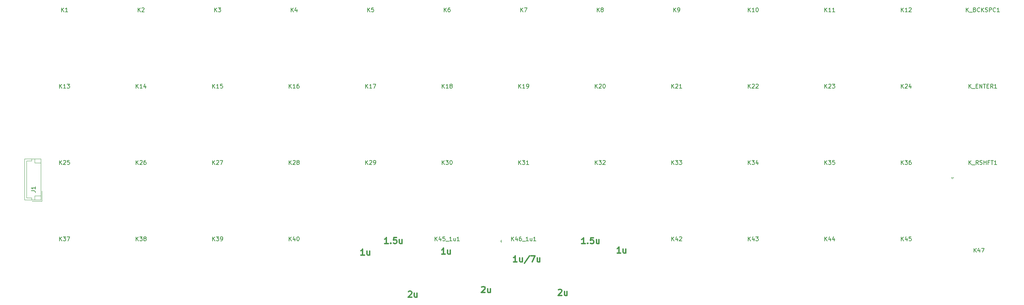
<source format=gto>
G04 #@! TF.GenerationSoftware,KiCad,Pcbnew,(5.1.5-0-10_14)*
G04 #@! TF.CreationDate,2020-11-29T18:14:47+02:00*
G04 #@! TF.ProjectId,Louhi,4c6f7568-692e-46b6-9963-61645f706362,rev?*
G04 #@! TF.SameCoordinates,Original*
G04 #@! TF.FileFunction,Legend,Top*
G04 #@! TF.FilePolarity,Positive*
%FSLAX46Y46*%
G04 Gerber Fmt 4.6, Leading zero omitted, Abs format (unit mm)*
G04 Created by KiCad (PCBNEW (5.1.5-0-10_14)) date 2020-11-29 18:14:47*
%MOMM*%
%LPD*%
G04 APERTURE LIST*
%ADD10C,0.300000*%
%ADD11C,0.120000*%
%ADD12C,0.150000*%
G04 APERTURE END LIST*
D10*
X187450000Y-120068571D02*
X186592857Y-120068571D01*
X187021428Y-120068571D02*
X187021428Y-118568571D01*
X186878571Y-118782857D01*
X186735714Y-118925714D01*
X186592857Y-118997142D01*
X188735714Y-119068571D02*
X188735714Y-120068571D01*
X188092857Y-119068571D02*
X188092857Y-119854285D01*
X188164285Y-119997142D01*
X188307142Y-120068571D01*
X188521428Y-120068571D01*
X188664285Y-119997142D01*
X188735714Y-119925714D01*
X205381428Y-122008571D02*
X204524285Y-122008571D01*
X204952857Y-122008571D02*
X204952857Y-120508571D01*
X204810000Y-120722857D01*
X204667142Y-120865714D01*
X204524285Y-120937142D01*
X206667142Y-121008571D02*
X206667142Y-122008571D01*
X206024285Y-121008571D02*
X206024285Y-121794285D01*
X206095714Y-121937142D01*
X206238571Y-122008571D01*
X206452857Y-122008571D01*
X206595714Y-121937142D01*
X206667142Y-121865714D01*
X208452857Y-120437142D02*
X207167142Y-122365714D01*
X208810000Y-120508571D02*
X209810000Y-120508571D01*
X209167142Y-122008571D01*
X211024285Y-121008571D02*
X211024285Y-122008571D01*
X210381428Y-121008571D02*
X210381428Y-121794285D01*
X210452857Y-121937142D01*
X210595714Y-122008571D01*
X210810000Y-122008571D01*
X210952857Y-121937142D01*
X211024285Y-121865714D01*
X231150000Y-119758571D02*
X230292857Y-119758571D01*
X230721428Y-119758571D02*
X230721428Y-118258571D01*
X230578571Y-118472857D01*
X230435714Y-118615714D01*
X230292857Y-118687142D01*
X232435714Y-118758571D02*
X232435714Y-119758571D01*
X231792857Y-118758571D02*
X231792857Y-119544285D01*
X231864285Y-119687142D01*
X232007142Y-119758571D01*
X232221428Y-119758571D01*
X232364285Y-119687142D01*
X232435714Y-119615714D01*
X222328571Y-117448571D02*
X221471428Y-117448571D01*
X221900000Y-117448571D02*
X221900000Y-115948571D01*
X221757142Y-116162857D01*
X221614285Y-116305714D01*
X221471428Y-116377142D01*
X222971428Y-117305714D02*
X223042857Y-117377142D01*
X222971428Y-117448571D01*
X222900000Y-117377142D01*
X222971428Y-117305714D01*
X222971428Y-117448571D01*
X224400000Y-115948571D02*
X223685714Y-115948571D01*
X223614285Y-116662857D01*
X223685714Y-116591428D01*
X223828571Y-116520000D01*
X224185714Y-116520000D01*
X224328571Y-116591428D01*
X224400000Y-116662857D01*
X224471428Y-116805714D01*
X224471428Y-117162857D01*
X224400000Y-117305714D01*
X224328571Y-117377142D01*
X224185714Y-117448571D01*
X223828571Y-117448571D01*
X223685714Y-117377142D01*
X223614285Y-117305714D01*
X225757142Y-116448571D02*
X225757142Y-117448571D01*
X225114285Y-116448571D02*
X225114285Y-117234285D01*
X225185714Y-117377142D01*
X225328571Y-117448571D01*
X225542857Y-117448571D01*
X225685714Y-117377142D01*
X225757142Y-117305714D01*
X215662857Y-128981428D02*
X215734285Y-128910000D01*
X215877142Y-128838571D01*
X216234285Y-128838571D01*
X216377142Y-128910000D01*
X216448571Y-128981428D01*
X216520000Y-129124285D01*
X216520000Y-129267142D01*
X216448571Y-129481428D01*
X215591428Y-130338571D01*
X216520000Y-130338571D01*
X217805714Y-129338571D02*
X217805714Y-130338571D01*
X217162857Y-129338571D02*
X217162857Y-130124285D01*
X217234285Y-130267142D01*
X217377142Y-130338571D01*
X217591428Y-130338571D01*
X217734285Y-130267142D01*
X217805714Y-130195714D01*
X196562857Y-128301428D02*
X196634285Y-128230000D01*
X196777142Y-128158571D01*
X197134285Y-128158571D01*
X197277142Y-128230000D01*
X197348571Y-128301428D01*
X197420000Y-128444285D01*
X197420000Y-128587142D01*
X197348571Y-128801428D01*
X196491428Y-129658571D01*
X197420000Y-129658571D01*
X198705714Y-128658571D02*
X198705714Y-129658571D01*
X198062857Y-128658571D02*
X198062857Y-129444285D01*
X198134285Y-129587142D01*
X198277142Y-129658571D01*
X198491428Y-129658571D01*
X198634285Y-129587142D01*
X198705714Y-129515714D01*
X178312857Y-129431428D02*
X178384285Y-129360000D01*
X178527142Y-129288571D01*
X178884285Y-129288571D01*
X179027142Y-129360000D01*
X179098571Y-129431428D01*
X179170000Y-129574285D01*
X179170000Y-129717142D01*
X179098571Y-129931428D01*
X178241428Y-130788571D01*
X179170000Y-130788571D01*
X180455714Y-129788571D02*
X180455714Y-130788571D01*
X179812857Y-129788571D02*
X179812857Y-130574285D01*
X179884285Y-130717142D01*
X180027142Y-130788571D01*
X180241428Y-130788571D01*
X180384285Y-130717142D01*
X180455714Y-130645714D01*
X173298571Y-117388571D02*
X172441428Y-117388571D01*
X172870000Y-117388571D02*
X172870000Y-115888571D01*
X172727142Y-116102857D01*
X172584285Y-116245714D01*
X172441428Y-116317142D01*
X173941428Y-117245714D02*
X174012857Y-117317142D01*
X173941428Y-117388571D01*
X173870000Y-117317142D01*
X173941428Y-117245714D01*
X173941428Y-117388571D01*
X175370000Y-115888571D02*
X174655714Y-115888571D01*
X174584285Y-116602857D01*
X174655714Y-116531428D01*
X174798571Y-116460000D01*
X175155714Y-116460000D01*
X175298571Y-116531428D01*
X175370000Y-116602857D01*
X175441428Y-116745714D01*
X175441428Y-117102857D01*
X175370000Y-117245714D01*
X175298571Y-117317142D01*
X175155714Y-117388571D01*
X174798571Y-117388571D01*
X174655714Y-117317142D01*
X174584285Y-117245714D01*
X176727142Y-116388571D02*
X176727142Y-117388571D01*
X176084285Y-116388571D02*
X176084285Y-117174285D01*
X176155714Y-117317142D01*
X176298571Y-117388571D01*
X176512857Y-117388571D01*
X176655714Y-117317142D01*
X176727142Y-117245714D01*
X167370000Y-120268571D02*
X166512857Y-120268571D01*
X166941428Y-120268571D02*
X166941428Y-118768571D01*
X166798571Y-118982857D01*
X166655714Y-119125714D01*
X166512857Y-119197142D01*
X168655714Y-119268571D02*
X168655714Y-120268571D01*
X168012857Y-119268571D02*
X168012857Y-120054285D01*
X168084285Y-120197142D01*
X168227142Y-120268571D01*
X168441428Y-120268571D01*
X168584285Y-120197142D01*
X168655714Y-120125714D01*
D11*
X87100000Y-106820000D02*
X87100000Y-104320000D01*
X84600000Y-106820000D02*
X87100000Y-106820000D01*
X85300000Y-97300000D02*
X86800000Y-97300000D01*
X85300000Y-96300000D02*
X85300000Y-97300000D01*
X85300000Y-105520000D02*
X86800000Y-105520000D01*
X85300000Y-106520000D02*
X85300000Y-105520000D01*
X84490000Y-96800000D02*
X84490000Y-96300000D01*
X83280000Y-96800000D02*
X84490000Y-96800000D01*
X83280000Y-106020000D02*
X83280000Y-96800000D01*
X84490000Y-106020000D02*
X83280000Y-106020000D01*
X84490000Y-106520000D02*
X84490000Y-106020000D01*
X82780000Y-96300000D02*
X82780000Y-106520000D01*
X86800000Y-96300000D02*
X82780000Y-96300000D01*
X86800000Y-106520000D02*
X86800000Y-96300000D01*
X82780000Y-106520000D02*
X86800000Y-106520000D01*
X313730000Y-101240000D02*
X313430000Y-100940000D01*
X313430000Y-100940000D02*
X314030000Y-100940000D01*
X314030000Y-100940000D02*
X313730000Y-101240000D01*
X201190000Y-116770000D02*
X201490000Y-116470000D01*
X201490000Y-116470000D02*
X201490000Y-117070000D01*
X201490000Y-117070000D02*
X201190000Y-116770000D01*
D12*
X84442380Y-104243333D02*
X85156666Y-104243333D01*
X85299523Y-104290952D01*
X85394761Y-104386190D01*
X85442380Y-104529047D01*
X85442380Y-104624285D01*
X85442380Y-103243333D02*
X85442380Y-103814761D01*
X85442380Y-103529047D02*
X84442380Y-103529047D01*
X84585238Y-103624285D01*
X84680476Y-103719523D01*
X84728095Y-103814761D01*
X129595714Y-78620880D02*
X129595714Y-77620880D01*
X130167142Y-78620880D02*
X129738571Y-78049452D01*
X130167142Y-77620880D02*
X129595714Y-78192309D01*
X131119523Y-78620880D02*
X130548095Y-78620880D01*
X130833809Y-78620880D02*
X130833809Y-77620880D01*
X130738571Y-77763738D01*
X130643333Y-77858976D01*
X130548095Y-77906595D01*
X132024285Y-77620880D02*
X131548095Y-77620880D01*
X131500476Y-78097071D01*
X131548095Y-78049452D01*
X131643333Y-78001833D01*
X131881428Y-78001833D01*
X131976666Y-78049452D01*
X132024285Y-78097071D01*
X132071904Y-78192309D01*
X132071904Y-78430404D01*
X132024285Y-78525642D01*
X131976666Y-78573261D01*
X131881428Y-78620880D01*
X131643333Y-78620880D01*
X131548095Y-78573261D01*
X131500476Y-78525642D01*
X148645714Y-78620880D02*
X148645714Y-77620880D01*
X149217142Y-78620880D02*
X148788571Y-78049452D01*
X149217142Y-77620880D02*
X148645714Y-78192309D01*
X150169523Y-78620880D02*
X149598095Y-78620880D01*
X149883809Y-78620880D02*
X149883809Y-77620880D01*
X149788571Y-77763738D01*
X149693333Y-77858976D01*
X149598095Y-77906595D01*
X151026666Y-77620880D02*
X150836190Y-77620880D01*
X150740952Y-77668500D01*
X150693333Y-77716119D01*
X150598095Y-77858976D01*
X150550476Y-78049452D01*
X150550476Y-78430404D01*
X150598095Y-78525642D01*
X150645714Y-78573261D01*
X150740952Y-78620880D01*
X150931428Y-78620880D01*
X151026666Y-78573261D01*
X151074285Y-78525642D01*
X151121904Y-78430404D01*
X151121904Y-78192309D01*
X151074285Y-78097071D01*
X151026666Y-78049452D01*
X150931428Y-78001833D01*
X150740952Y-78001833D01*
X150645714Y-78049452D01*
X150598095Y-78097071D01*
X150550476Y-78192309D01*
X111021904Y-59570880D02*
X111021904Y-58570880D01*
X111593333Y-59570880D02*
X111164761Y-58999452D01*
X111593333Y-58570880D02*
X111021904Y-59142309D01*
X111974285Y-58666119D02*
X112021904Y-58618500D01*
X112117142Y-58570880D01*
X112355238Y-58570880D01*
X112450476Y-58618500D01*
X112498095Y-58666119D01*
X112545714Y-58761357D01*
X112545714Y-58856595D01*
X112498095Y-58999452D01*
X111926666Y-59570880D01*
X112545714Y-59570880D01*
X91971904Y-59570880D02*
X91971904Y-58570880D01*
X92543333Y-59570880D02*
X92114761Y-58999452D01*
X92543333Y-58570880D02*
X91971904Y-59142309D01*
X93495714Y-59570880D02*
X92924285Y-59570880D01*
X93210000Y-59570880D02*
X93210000Y-58570880D01*
X93114761Y-58713738D01*
X93019523Y-58808976D01*
X92924285Y-58856595D01*
X130071904Y-59570880D02*
X130071904Y-58570880D01*
X130643333Y-59570880D02*
X130214761Y-58999452D01*
X130643333Y-58570880D02*
X130071904Y-59142309D01*
X130976666Y-58570880D02*
X131595714Y-58570880D01*
X131262380Y-58951833D01*
X131405238Y-58951833D01*
X131500476Y-58999452D01*
X131548095Y-59047071D01*
X131595714Y-59142309D01*
X131595714Y-59380404D01*
X131548095Y-59475642D01*
X131500476Y-59523261D01*
X131405238Y-59570880D01*
X131119523Y-59570880D01*
X131024285Y-59523261D01*
X130976666Y-59475642D01*
X149121904Y-59570880D02*
X149121904Y-58570880D01*
X149693333Y-59570880D02*
X149264761Y-58999452D01*
X149693333Y-58570880D02*
X149121904Y-59142309D01*
X150550476Y-58904214D02*
X150550476Y-59570880D01*
X150312380Y-58523261D02*
X150074285Y-59237547D01*
X150693333Y-59237547D01*
X168171904Y-59570880D02*
X168171904Y-58570880D01*
X168743333Y-59570880D02*
X168314761Y-58999452D01*
X168743333Y-58570880D02*
X168171904Y-59142309D01*
X169648095Y-58570880D02*
X169171904Y-58570880D01*
X169124285Y-59047071D01*
X169171904Y-58999452D01*
X169267142Y-58951833D01*
X169505238Y-58951833D01*
X169600476Y-58999452D01*
X169648095Y-59047071D01*
X169695714Y-59142309D01*
X169695714Y-59380404D01*
X169648095Y-59475642D01*
X169600476Y-59523261D01*
X169505238Y-59570880D01*
X169267142Y-59570880D01*
X169171904Y-59523261D01*
X169124285Y-59475642D01*
X187221904Y-59570880D02*
X187221904Y-58570880D01*
X187793333Y-59570880D02*
X187364761Y-58999452D01*
X187793333Y-58570880D02*
X187221904Y-59142309D01*
X188650476Y-58570880D02*
X188460000Y-58570880D01*
X188364761Y-58618500D01*
X188317142Y-58666119D01*
X188221904Y-58808976D01*
X188174285Y-58999452D01*
X188174285Y-59380404D01*
X188221904Y-59475642D01*
X188269523Y-59523261D01*
X188364761Y-59570880D01*
X188555238Y-59570880D01*
X188650476Y-59523261D01*
X188698095Y-59475642D01*
X188745714Y-59380404D01*
X188745714Y-59142309D01*
X188698095Y-59047071D01*
X188650476Y-58999452D01*
X188555238Y-58951833D01*
X188364761Y-58951833D01*
X188269523Y-58999452D01*
X188221904Y-59047071D01*
X188174285Y-59142309D01*
X206271904Y-59570880D02*
X206271904Y-58570880D01*
X206843333Y-59570880D02*
X206414761Y-58999452D01*
X206843333Y-58570880D02*
X206271904Y-59142309D01*
X207176666Y-58570880D02*
X207843333Y-58570880D01*
X207414761Y-59570880D01*
X225321904Y-59570880D02*
X225321904Y-58570880D01*
X225893333Y-59570880D02*
X225464761Y-58999452D01*
X225893333Y-58570880D02*
X225321904Y-59142309D01*
X226464761Y-58999452D02*
X226369523Y-58951833D01*
X226321904Y-58904214D01*
X226274285Y-58808976D01*
X226274285Y-58761357D01*
X226321904Y-58666119D01*
X226369523Y-58618500D01*
X226464761Y-58570880D01*
X226655238Y-58570880D01*
X226750476Y-58618500D01*
X226798095Y-58666119D01*
X226845714Y-58761357D01*
X226845714Y-58808976D01*
X226798095Y-58904214D01*
X226750476Y-58951833D01*
X226655238Y-58999452D01*
X226464761Y-58999452D01*
X226369523Y-59047071D01*
X226321904Y-59094690D01*
X226274285Y-59189928D01*
X226274285Y-59380404D01*
X226321904Y-59475642D01*
X226369523Y-59523261D01*
X226464761Y-59570880D01*
X226655238Y-59570880D01*
X226750476Y-59523261D01*
X226798095Y-59475642D01*
X226845714Y-59380404D01*
X226845714Y-59189928D01*
X226798095Y-59094690D01*
X226750476Y-59047071D01*
X226655238Y-58999452D01*
X244371904Y-59570880D02*
X244371904Y-58570880D01*
X244943333Y-59570880D02*
X244514761Y-58999452D01*
X244943333Y-58570880D02*
X244371904Y-59142309D01*
X245419523Y-59570880D02*
X245610000Y-59570880D01*
X245705238Y-59523261D01*
X245752857Y-59475642D01*
X245848095Y-59332785D01*
X245895714Y-59142309D01*
X245895714Y-58761357D01*
X245848095Y-58666119D01*
X245800476Y-58618500D01*
X245705238Y-58570880D01*
X245514761Y-58570880D01*
X245419523Y-58618500D01*
X245371904Y-58666119D01*
X245324285Y-58761357D01*
X245324285Y-58999452D01*
X245371904Y-59094690D01*
X245419523Y-59142309D01*
X245514761Y-59189928D01*
X245705238Y-59189928D01*
X245800476Y-59142309D01*
X245848095Y-59094690D01*
X245895714Y-58999452D01*
X262945714Y-59570880D02*
X262945714Y-58570880D01*
X263517142Y-59570880D02*
X263088571Y-58999452D01*
X263517142Y-58570880D02*
X262945714Y-59142309D01*
X264469523Y-59570880D02*
X263898095Y-59570880D01*
X264183809Y-59570880D02*
X264183809Y-58570880D01*
X264088571Y-58713738D01*
X263993333Y-58808976D01*
X263898095Y-58856595D01*
X265088571Y-58570880D02*
X265183809Y-58570880D01*
X265279047Y-58618500D01*
X265326666Y-58666119D01*
X265374285Y-58761357D01*
X265421904Y-58951833D01*
X265421904Y-59189928D01*
X265374285Y-59380404D01*
X265326666Y-59475642D01*
X265279047Y-59523261D01*
X265183809Y-59570880D01*
X265088571Y-59570880D01*
X264993333Y-59523261D01*
X264945714Y-59475642D01*
X264898095Y-59380404D01*
X264850476Y-59189928D01*
X264850476Y-58951833D01*
X264898095Y-58761357D01*
X264945714Y-58666119D01*
X264993333Y-58618500D01*
X265088571Y-58570880D01*
X281995714Y-59570880D02*
X281995714Y-58570880D01*
X282567142Y-59570880D02*
X282138571Y-58999452D01*
X282567142Y-58570880D02*
X281995714Y-59142309D01*
X283519523Y-59570880D02*
X282948095Y-59570880D01*
X283233809Y-59570880D02*
X283233809Y-58570880D01*
X283138571Y-58713738D01*
X283043333Y-58808976D01*
X282948095Y-58856595D01*
X284471904Y-59570880D02*
X283900476Y-59570880D01*
X284186190Y-59570880D02*
X284186190Y-58570880D01*
X284090952Y-58713738D01*
X283995714Y-58808976D01*
X283900476Y-58856595D01*
X301045714Y-59570880D02*
X301045714Y-58570880D01*
X301617142Y-59570880D02*
X301188571Y-58999452D01*
X301617142Y-58570880D02*
X301045714Y-59142309D01*
X302569523Y-59570880D02*
X301998095Y-59570880D01*
X302283809Y-59570880D02*
X302283809Y-58570880D01*
X302188571Y-58713738D01*
X302093333Y-58808976D01*
X301998095Y-58856595D01*
X302950476Y-58666119D02*
X302998095Y-58618500D01*
X303093333Y-58570880D01*
X303331428Y-58570880D01*
X303426666Y-58618500D01*
X303474285Y-58666119D01*
X303521904Y-58761357D01*
X303521904Y-58856595D01*
X303474285Y-58999452D01*
X302902857Y-59570880D01*
X303521904Y-59570880D01*
X91495714Y-78620880D02*
X91495714Y-77620880D01*
X92067142Y-78620880D02*
X91638571Y-78049452D01*
X92067142Y-77620880D02*
X91495714Y-78192309D01*
X93019523Y-78620880D02*
X92448095Y-78620880D01*
X92733809Y-78620880D02*
X92733809Y-77620880D01*
X92638571Y-77763738D01*
X92543333Y-77858976D01*
X92448095Y-77906595D01*
X93352857Y-77620880D02*
X93971904Y-77620880D01*
X93638571Y-78001833D01*
X93781428Y-78001833D01*
X93876666Y-78049452D01*
X93924285Y-78097071D01*
X93971904Y-78192309D01*
X93971904Y-78430404D01*
X93924285Y-78525642D01*
X93876666Y-78573261D01*
X93781428Y-78620880D01*
X93495714Y-78620880D01*
X93400476Y-78573261D01*
X93352857Y-78525642D01*
X110545714Y-78620880D02*
X110545714Y-77620880D01*
X111117142Y-78620880D02*
X110688571Y-78049452D01*
X111117142Y-77620880D02*
X110545714Y-78192309D01*
X112069523Y-78620880D02*
X111498095Y-78620880D01*
X111783809Y-78620880D02*
X111783809Y-77620880D01*
X111688571Y-77763738D01*
X111593333Y-77858976D01*
X111498095Y-77906595D01*
X112926666Y-77954214D02*
X112926666Y-78620880D01*
X112688571Y-77573261D02*
X112450476Y-78287547D01*
X113069523Y-78287547D01*
X167695714Y-78620880D02*
X167695714Y-77620880D01*
X168267142Y-78620880D02*
X167838571Y-78049452D01*
X168267142Y-77620880D02*
X167695714Y-78192309D01*
X169219523Y-78620880D02*
X168648095Y-78620880D01*
X168933809Y-78620880D02*
X168933809Y-77620880D01*
X168838571Y-77763738D01*
X168743333Y-77858976D01*
X168648095Y-77906595D01*
X169552857Y-77620880D02*
X170219523Y-77620880D01*
X169790952Y-78620880D01*
X186745714Y-78620880D02*
X186745714Y-77620880D01*
X187317142Y-78620880D02*
X186888571Y-78049452D01*
X187317142Y-77620880D02*
X186745714Y-78192309D01*
X188269523Y-78620880D02*
X187698095Y-78620880D01*
X187983809Y-78620880D02*
X187983809Y-77620880D01*
X187888571Y-77763738D01*
X187793333Y-77858976D01*
X187698095Y-77906595D01*
X188840952Y-78049452D02*
X188745714Y-78001833D01*
X188698095Y-77954214D01*
X188650476Y-77858976D01*
X188650476Y-77811357D01*
X188698095Y-77716119D01*
X188745714Y-77668500D01*
X188840952Y-77620880D01*
X189031428Y-77620880D01*
X189126666Y-77668500D01*
X189174285Y-77716119D01*
X189221904Y-77811357D01*
X189221904Y-77858976D01*
X189174285Y-77954214D01*
X189126666Y-78001833D01*
X189031428Y-78049452D01*
X188840952Y-78049452D01*
X188745714Y-78097071D01*
X188698095Y-78144690D01*
X188650476Y-78239928D01*
X188650476Y-78430404D01*
X188698095Y-78525642D01*
X188745714Y-78573261D01*
X188840952Y-78620880D01*
X189031428Y-78620880D01*
X189126666Y-78573261D01*
X189174285Y-78525642D01*
X189221904Y-78430404D01*
X189221904Y-78239928D01*
X189174285Y-78144690D01*
X189126666Y-78097071D01*
X189031428Y-78049452D01*
X205795714Y-78620880D02*
X205795714Y-77620880D01*
X206367142Y-78620880D02*
X205938571Y-78049452D01*
X206367142Y-77620880D02*
X205795714Y-78192309D01*
X207319523Y-78620880D02*
X206748095Y-78620880D01*
X207033809Y-78620880D02*
X207033809Y-77620880D01*
X206938571Y-77763738D01*
X206843333Y-77858976D01*
X206748095Y-77906595D01*
X207795714Y-78620880D02*
X207986190Y-78620880D01*
X208081428Y-78573261D01*
X208129047Y-78525642D01*
X208224285Y-78382785D01*
X208271904Y-78192309D01*
X208271904Y-77811357D01*
X208224285Y-77716119D01*
X208176666Y-77668500D01*
X208081428Y-77620880D01*
X207890952Y-77620880D01*
X207795714Y-77668500D01*
X207748095Y-77716119D01*
X207700476Y-77811357D01*
X207700476Y-78049452D01*
X207748095Y-78144690D01*
X207795714Y-78192309D01*
X207890952Y-78239928D01*
X208081428Y-78239928D01*
X208176666Y-78192309D01*
X208224285Y-78144690D01*
X208271904Y-78049452D01*
X224845714Y-78620880D02*
X224845714Y-77620880D01*
X225417142Y-78620880D02*
X224988571Y-78049452D01*
X225417142Y-77620880D02*
X224845714Y-78192309D01*
X225798095Y-77716119D02*
X225845714Y-77668500D01*
X225940952Y-77620880D01*
X226179047Y-77620880D01*
X226274285Y-77668500D01*
X226321904Y-77716119D01*
X226369523Y-77811357D01*
X226369523Y-77906595D01*
X226321904Y-78049452D01*
X225750476Y-78620880D01*
X226369523Y-78620880D01*
X226988571Y-77620880D02*
X227083809Y-77620880D01*
X227179047Y-77668500D01*
X227226666Y-77716119D01*
X227274285Y-77811357D01*
X227321904Y-78001833D01*
X227321904Y-78239928D01*
X227274285Y-78430404D01*
X227226666Y-78525642D01*
X227179047Y-78573261D01*
X227083809Y-78620880D01*
X226988571Y-78620880D01*
X226893333Y-78573261D01*
X226845714Y-78525642D01*
X226798095Y-78430404D01*
X226750476Y-78239928D01*
X226750476Y-78001833D01*
X226798095Y-77811357D01*
X226845714Y-77716119D01*
X226893333Y-77668500D01*
X226988571Y-77620880D01*
X243895714Y-78620880D02*
X243895714Y-77620880D01*
X244467142Y-78620880D02*
X244038571Y-78049452D01*
X244467142Y-77620880D02*
X243895714Y-78192309D01*
X244848095Y-77716119D02*
X244895714Y-77668500D01*
X244990952Y-77620880D01*
X245229047Y-77620880D01*
X245324285Y-77668500D01*
X245371904Y-77716119D01*
X245419523Y-77811357D01*
X245419523Y-77906595D01*
X245371904Y-78049452D01*
X244800476Y-78620880D01*
X245419523Y-78620880D01*
X246371904Y-78620880D02*
X245800476Y-78620880D01*
X246086190Y-78620880D02*
X246086190Y-77620880D01*
X245990952Y-77763738D01*
X245895714Y-77858976D01*
X245800476Y-77906595D01*
X262945714Y-78620880D02*
X262945714Y-77620880D01*
X263517142Y-78620880D02*
X263088571Y-78049452D01*
X263517142Y-77620880D02*
X262945714Y-78192309D01*
X263898095Y-77716119D02*
X263945714Y-77668500D01*
X264040952Y-77620880D01*
X264279047Y-77620880D01*
X264374285Y-77668500D01*
X264421904Y-77716119D01*
X264469523Y-77811357D01*
X264469523Y-77906595D01*
X264421904Y-78049452D01*
X263850476Y-78620880D01*
X264469523Y-78620880D01*
X264850476Y-77716119D02*
X264898095Y-77668500D01*
X264993333Y-77620880D01*
X265231428Y-77620880D01*
X265326666Y-77668500D01*
X265374285Y-77716119D01*
X265421904Y-77811357D01*
X265421904Y-77906595D01*
X265374285Y-78049452D01*
X264802857Y-78620880D01*
X265421904Y-78620880D01*
X281995714Y-78620880D02*
X281995714Y-77620880D01*
X282567142Y-78620880D02*
X282138571Y-78049452D01*
X282567142Y-77620880D02*
X281995714Y-78192309D01*
X282948095Y-77716119D02*
X282995714Y-77668500D01*
X283090952Y-77620880D01*
X283329047Y-77620880D01*
X283424285Y-77668500D01*
X283471904Y-77716119D01*
X283519523Y-77811357D01*
X283519523Y-77906595D01*
X283471904Y-78049452D01*
X282900476Y-78620880D01*
X283519523Y-78620880D01*
X283852857Y-77620880D02*
X284471904Y-77620880D01*
X284138571Y-78001833D01*
X284281428Y-78001833D01*
X284376666Y-78049452D01*
X284424285Y-78097071D01*
X284471904Y-78192309D01*
X284471904Y-78430404D01*
X284424285Y-78525642D01*
X284376666Y-78573261D01*
X284281428Y-78620880D01*
X283995714Y-78620880D01*
X283900476Y-78573261D01*
X283852857Y-78525642D01*
X301045714Y-78620880D02*
X301045714Y-77620880D01*
X301617142Y-78620880D02*
X301188571Y-78049452D01*
X301617142Y-77620880D02*
X301045714Y-78192309D01*
X301998095Y-77716119D02*
X302045714Y-77668500D01*
X302140952Y-77620880D01*
X302379047Y-77620880D01*
X302474285Y-77668500D01*
X302521904Y-77716119D01*
X302569523Y-77811357D01*
X302569523Y-77906595D01*
X302521904Y-78049452D01*
X301950476Y-78620880D01*
X302569523Y-78620880D01*
X303426666Y-77954214D02*
X303426666Y-78620880D01*
X303188571Y-77573261D02*
X302950476Y-78287547D01*
X303569523Y-78287547D01*
X91495714Y-97670880D02*
X91495714Y-96670880D01*
X92067142Y-97670880D02*
X91638571Y-97099452D01*
X92067142Y-96670880D02*
X91495714Y-97242309D01*
X92448095Y-96766119D02*
X92495714Y-96718500D01*
X92590952Y-96670880D01*
X92829047Y-96670880D01*
X92924285Y-96718500D01*
X92971904Y-96766119D01*
X93019523Y-96861357D01*
X93019523Y-96956595D01*
X92971904Y-97099452D01*
X92400476Y-97670880D01*
X93019523Y-97670880D01*
X93924285Y-96670880D02*
X93448095Y-96670880D01*
X93400476Y-97147071D01*
X93448095Y-97099452D01*
X93543333Y-97051833D01*
X93781428Y-97051833D01*
X93876666Y-97099452D01*
X93924285Y-97147071D01*
X93971904Y-97242309D01*
X93971904Y-97480404D01*
X93924285Y-97575642D01*
X93876666Y-97623261D01*
X93781428Y-97670880D01*
X93543333Y-97670880D01*
X93448095Y-97623261D01*
X93400476Y-97575642D01*
X110545714Y-97670380D02*
X110545714Y-96670380D01*
X111117142Y-97670380D02*
X110688571Y-97098952D01*
X111117142Y-96670380D02*
X110545714Y-97241809D01*
X111498095Y-96765619D02*
X111545714Y-96718000D01*
X111640952Y-96670380D01*
X111879047Y-96670380D01*
X111974285Y-96718000D01*
X112021904Y-96765619D01*
X112069523Y-96860857D01*
X112069523Y-96956095D01*
X112021904Y-97098952D01*
X111450476Y-97670380D01*
X112069523Y-97670380D01*
X112926666Y-96670380D02*
X112736190Y-96670380D01*
X112640952Y-96718000D01*
X112593333Y-96765619D01*
X112498095Y-96908476D01*
X112450476Y-97098952D01*
X112450476Y-97479904D01*
X112498095Y-97575142D01*
X112545714Y-97622761D01*
X112640952Y-97670380D01*
X112831428Y-97670380D01*
X112926666Y-97622761D01*
X112974285Y-97575142D01*
X113021904Y-97479904D01*
X113021904Y-97241809D01*
X112974285Y-97146571D01*
X112926666Y-97098952D01*
X112831428Y-97051333D01*
X112640952Y-97051333D01*
X112545714Y-97098952D01*
X112498095Y-97146571D01*
X112450476Y-97241809D01*
X129595714Y-97670380D02*
X129595714Y-96670380D01*
X130167142Y-97670380D02*
X129738571Y-97098952D01*
X130167142Y-96670380D02*
X129595714Y-97241809D01*
X130548095Y-96765619D02*
X130595714Y-96718000D01*
X130690952Y-96670380D01*
X130929047Y-96670380D01*
X131024285Y-96718000D01*
X131071904Y-96765619D01*
X131119523Y-96860857D01*
X131119523Y-96956095D01*
X131071904Y-97098952D01*
X130500476Y-97670380D01*
X131119523Y-97670380D01*
X131452857Y-96670380D02*
X132119523Y-96670380D01*
X131690952Y-97670380D01*
X148645714Y-97670380D02*
X148645714Y-96670380D01*
X149217142Y-97670380D02*
X148788571Y-97098952D01*
X149217142Y-96670380D02*
X148645714Y-97241809D01*
X149598095Y-96765619D02*
X149645714Y-96718000D01*
X149740952Y-96670380D01*
X149979047Y-96670380D01*
X150074285Y-96718000D01*
X150121904Y-96765619D01*
X150169523Y-96860857D01*
X150169523Y-96956095D01*
X150121904Y-97098952D01*
X149550476Y-97670380D01*
X150169523Y-97670380D01*
X150740952Y-97098952D02*
X150645714Y-97051333D01*
X150598095Y-97003714D01*
X150550476Y-96908476D01*
X150550476Y-96860857D01*
X150598095Y-96765619D01*
X150645714Y-96718000D01*
X150740952Y-96670380D01*
X150931428Y-96670380D01*
X151026666Y-96718000D01*
X151074285Y-96765619D01*
X151121904Y-96860857D01*
X151121904Y-96908476D01*
X151074285Y-97003714D01*
X151026666Y-97051333D01*
X150931428Y-97098952D01*
X150740952Y-97098952D01*
X150645714Y-97146571D01*
X150598095Y-97194190D01*
X150550476Y-97289428D01*
X150550476Y-97479904D01*
X150598095Y-97575142D01*
X150645714Y-97622761D01*
X150740952Y-97670380D01*
X150931428Y-97670380D01*
X151026666Y-97622761D01*
X151074285Y-97575142D01*
X151121904Y-97479904D01*
X151121904Y-97289428D01*
X151074285Y-97194190D01*
X151026666Y-97146571D01*
X150931428Y-97098952D01*
X167695714Y-97670380D02*
X167695714Y-96670380D01*
X168267142Y-97670380D02*
X167838571Y-97098952D01*
X168267142Y-96670380D02*
X167695714Y-97241809D01*
X168648095Y-96765619D02*
X168695714Y-96718000D01*
X168790952Y-96670380D01*
X169029047Y-96670380D01*
X169124285Y-96718000D01*
X169171904Y-96765619D01*
X169219523Y-96860857D01*
X169219523Y-96956095D01*
X169171904Y-97098952D01*
X168600476Y-97670380D01*
X169219523Y-97670380D01*
X169695714Y-97670380D02*
X169886190Y-97670380D01*
X169981428Y-97622761D01*
X170029047Y-97575142D01*
X170124285Y-97432285D01*
X170171904Y-97241809D01*
X170171904Y-96860857D01*
X170124285Y-96765619D01*
X170076666Y-96718000D01*
X169981428Y-96670380D01*
X169790952Y-96670380D01*
X169695714Y-96718000D01*
X169648095Y-96765619D01*
X169600476Y-96860857D01*
X169600476Y-97098952D01*
X169648095Y-97194190D01*
X169695714Y-97241809D01*
X169790952Y-97289428D01*
X169981428Y-97289428D01*
X170076666Y-97241809D01*
X170124285Y-97194190D01*
X170171904Y-97098952D01*
X186745714Y-97670380D02*
X186745714Y-96670380D01*
X187317142Y-97670380D02*
X186888571Y-97098952D01*
X187317142Y-96670380D02*
X186745714Y-97241809D01*
X187650476Y-96670380D02*
X188269523Y-96670380D01*
X187936190Y-97051333D01*
X188079047Y-97051333D01*
X188174285Y-97098952D01*
X188221904Y-97146571D01*
X188269523Y-97241809D01*
X188269523Y-97479904D01*
X188221904Y-97575142D01*
X188174285Y-97622761D01*
X188079047Y-97670380D01*
X187793333Y-97670380D01*
X187698095Y-97622761D01*
X187650476Y-97575142D01*
X188888571Y-96670380D02*
X188983809Y-96670380D01*
X189079047Y-96718000D01*
X189126666Y-96765619D01*
X189174285Y-96860857D01*
X189221904Y-97051333D01*
X189221904Y-97289428D01*
X189174285Y-97479904D01*
X189126666Y-97575142D01*
X189079047Y-97622761D01*
X188983809Y-97670380D01*
X188888571Y-97670380D01*
X188793333Y-97622761D01*
X188745714Y-97575142D01*
X188698095Y-97479904D01*
X188650476Y-97289428D01*
X188650476Y-97051333D01*
X188698095Y-96860857D01*
X188745714Y-96765619D01*
X188793333Y-96718000D01*
X188888571Y-96670380D01*
X205795714Y-97670380D02*
X205795714Y-96670380D01*
X206367142Y-97670380D02*
X205938571Y-97098952D01*
X206367142Y-96670380D02*
X205795714Y-97241809D01*
X206700476Y-96670380D02*
X207319523Y-96670380D01*
X206986190Y-97051333D01*
X207129047Y-97051333D01*
X207224285Y-97098952D01*
X207271904Y-97146571D01*
X207319523Y-97241809D01*
X207319523Y-97479904D01*
X207271904Y-97575142D01*
X207224285Y-97622761D01*
X207129047Y-97670380D01*
X206843333Y-97670380D01*
X206748095Y-97622761D01*
X206700476Y-97575142D01*
X208271904Y-97670380D02*
X207700476Y-97670380D01*
X207986190Y-97670380D02*
X207986190Y-96670380D01*
X207890952Y-96813238D01*
X207795714Y-96908476D01*
X207700476Y-96956095D01*
X224845714Y-97670380D02*
X224845714Y-96670380D01*
X225417142Y-97670380D02*
X224988571Y-97098952D01*
X225417142Y-96670380D02*
X224845714Y-97241809D01*
X225750476Y-96670380D02*
X226369523Y-96670380D01*
X226036190Y-97051333D01*
X226179047Y-97051333D01*
X226274285Y-97098952D01*
X226321904Y-97146571D01*
X226369523Y-97241809D01*
X226369523Y-97479904D01*
X226321904Y-97575142D01*
X226274285Y-97622761D01*
X226179047Y-97670380D01*
X225893333Y-97670380D01*
X225798095Y-97622761D01*
X225750476Y-97575142D01*
X226750476Y-96765619D02*
X226798095Y-96718000D01*
X226893333Y-96670380D01*
X227131428Y-96670380D01*
X227226666Y-96718000D01*
X227274285Y-96765619D01*
X227321904Y-96860857D01*
X227321904Y-96956095D01*
X227274285Y-97098952D01*
X226702857Y-97670380D01*
X227321904Y-97670380D01*
X243895714Y-97670380D02*
X243895714Y-96670380D01*
X244467142Y-97670380D02*
X244038571Y-97098952D01*
X244467142Y-96670380D02*
X243895714Y-97241809D01*
X244800476Y-96670380D02*
X245419523Y-96670380D01*
X245086190Y-97051333D01*
X245229047Y-97051333D01*
X245324285Y-97098952D01*
X245371904Y-97146571D01*
X245419523Y-97241809D01*
X245419523Y-97479904D01*
X245371904Y-97575142D01*
X245324285Y-97622761D01*
X245229047Y-97670380D01*
X244943333Y-97670380D01*
X244848095Y-97622761D01*
X244800476Y-97575142D01*
X245752857Y-96670380D02*
X246371904Y-96670380D01*
X246038571Y-97051333D01*
X246181428Y-97051333D01*
X246276666Y-97098952D01*
X246324285Y-97146571D01*
X246371904Y-97241809D01*
X246371904Y-97479904D01*
X246324285Y-97575142D01*
X246276666Y-97622761D01*
X246181428Y-97670380D01*
X245895714Y-97670380D01*
X245800476Y-97622761D01*
X245752857Y-97575142D01*
X262945714Y-97670380D02*
X262945714Y-96670380D01*
X263517142Y-97670380D02*
X263088571Y-97098952D01*
X263517142Y-96670380D02*
X262945714Y-97241809D01*
X263850476Y-96670380D02*
X264469523Y-96670380D01*
X264136190Y-97051333D01*
X264279047Y-97051333D01*
X264374285Y-97098952D01*
X264421904Y-97146571D01*
X264469523Y-97241809D01*
X264469523Y-97479904D01*
X264421904Y-97575142D01*
X264374285Y-97622761D01*
X264279047Y-97670380D01*
X263993333Y-97670380D01*
X263898095Y-97622761D01*
X263850476Y-97575142D01*
X265326666Y-97003714D02*
X265326666Y-97670380D01*
X265088571Y-96622761D02*
X264850476Y-97337047D01*
X265469523Y-97337047D01*
X281995714Y-97670380D02*
X281995714Y-96670380D01*
X282567142Y-97670380D02*
X282138571Y-97098952D01*
X282567142Y-96670380D02*
X281995714Y-97241809D01*
X282900476Y-96670380D02*
X283519523Y-96670380D01*
X283186190Y-97051333D01*
X283329047Y-97051333D01*
X283424285Y-97098952D01*
X283471904Y-97146571D01*
X283519523Y-97241809D01*
X283519523Y-97479904D01*
X283471904Y-97575142D01*
X283424285Y-97622761D01*
X283329047Y-97670380D01*
X283043333Y-97670380D01*
X282948095Y-97622761D01*
X282900476Y-97575142D01*
X284424285Y-96670380D02*
X283948095Y-96670380D01*
X283900476Y-97146571D01*
X283948095Y-97098952D01*
X284043333Y-97051333D01*
X284281428Y-97051333D01*
X284376666Y-97098952D01*
X284424285Y-97146571D01*
X284471904Y-97241809D01*
X284471904Y-97479904D01*
X284424285Y-97575142D01*
X284376666Y-97622761D01*
X284281428Y-97670380D01*
X284043333Y-97670380D01*
X283948095Y-97622761D01*
X283900476Y-97575142D01*
X301045714Y-97670380D02*
X301045714Y-96670380D01*
X301617142Y-97670380D02*
X301188571Y-97098952D01*
X301617142Y-96670380D02*
X301045714Y-97241809D01*
X301950476Y-96670380D02*
X302569523Y-96670380D01*
X302236190Y-97051333D01*
X302379047Y-97051333D01*
X302474285Y-97098952D01*
X302521904Y-97146571D01*
X302569523Y-97241809D01*
X302569523Y-97479904D01*
X302521904Y-97575142D01*
X302474285Y-97622761D01*
X302379047Y-97670380D01*
X302093333Y-97670380D01*
X301998095Y-97622761D01*
X301950476Y-97575142D01*
X303426666Y-96670380D02*
X303236190Y-96670380D01*
X303140952Y-96718000D01*
X303093333Y-96765619D01*
X302998095Y-96908476D01*
X302950476Y-97098952D01*
X302950476Y-97479904D01*
X302998095Y-97575142D01*
X303045714Y-97622761D01*
X303140952Y-97670380D01*
X303331428Y-97670380D01*
X303426666Y-97622761D01*
X303474285Y-97575142D01*
X303521904Y-97479904D01*
X303521904Y-97241809D01*
X303474285Y-97146571D01*
X303426666Y-97098952D01*
X303331428Y-97051333D01*
X303140952Y-97051333D01*
X303045714Y-97098952D01*
X302998095Y-97146571D01*
X302950476Y-97241809D01*
X91495714Y-116720380D02*
X91495714Y-115720380D01*
X92067142Y-116720380D02*
X91638571Y-116148952D01*
X92067142Y-115720380D02*
X91495714Y-116291809D01*
X92400476Y-115720380D02*
X93019523Y-115720380D01*
X92686190Y-116101333D01*
X92829047Y-116101333D01*
X92924285Y-116148952D01*
X92971904Y-116196571D01*
X93019523Y-116291809D01*
X93019523Y-116529904D01*
X92971904Y-116625142D01*
X92924285Y-116672761D01*
X92829047Y-116720380D01*
X92543333Y-116720380D01*
X92448095Y-116672761D01*
X92400476Y-116625142D01*
X93352857Y-115720380D02*
X94019523Y-115720380D01*
X93590952Y-116720380D01*
X110545714Y-116720380D02*
X110545714Y-115720380D01*
X111117142Y-116720380D02*
X110688571Y-116148952D01*
X111117142Y-115720380D02*
X110545714Y-116291809D01*
X111450476Y-115720380D02*
X112069523Y-115720380D01*
X111736190Y-116101333D01*
X111879047Y-116101333D01*
X111974285Y-116148952D01*
X112021904Y-116196571D01*
X112069523Y-116291809D01*
X112069523Y-116529904D01*
X112021904Y-116625142D01*
X111974285Y-116672761D01*
X111879047Y-116720380D01*
X111593333Y-116720380D01*
X111498095Y-116672761D01*
X111450476Y-116625142D01*
X112640952Y-116148952D02*
X112545714Y-116101333D01*
X112498095Y-116053714D01*
X112450476Y-115958476D01*
X112450476Y-115910857D01*
X112498095Y-115815619D01*
X112545714Y-115768000D01*
X112640952Y-115720380D01*
X112831428Y-115720380D01*
X112926666Y-115768000D01*
X112974285Y-115815619D01*
X113021904Y-115910857D01*
X113021904Y-115958476D01*
X112974285Y-116053714D01*
X112926666Y-116101333D01*
X112831428Y-116148952D01*
X112640952Y-116148952D01*
X112545714Y-116196571D01*
X112498095Y-116244190D01*
X112450476Y-116339428D01*
X112450476Y-116529904D01*
X112498095Y-116625142D01*
X112545714Y-116672761D01*
X112640952Y-116720380D01*
X112831428Y-116720380D01*
X112926666Y-116672761D01*
X112974285Y-116625142D01*
X113021904Y-116529904D01*
X113021904Y-116339428D01*
X112974285Y-116244190D01*
X112926666Y-116196571D01*
X112831428Y-116148952D01*
X129595714Y-116720380D02*
X129595714Y-115720380D01*
X130167142Y-116720380D02*
X129738571Y-116148952D01*
X130167142Y-115720380D02*
X129595714Y-116291809D01*
X130500476Y-115720380D02*
X131119523Y-115720380D01*
X130786190Y-116101333D01*
X130929047Y-116101333D01*
X131024285Y-116148952D01*
X131071904Y-116196571D01*
X131119523Y-116291809D01*
X131119523Y-116529904D01*
X131071904Y-116625142D01*
X131024285Y-116672761D01*
X130929047Y-116720380D01*
X130643333Y-116720380D01*
X130548095Y-116672761D01*
X130500476Y-116625142D01*
X131595714Y-116720380D02*
X131786190Y-116720380D01*
X131881428Y-116672761D01*
X131929047Y-116625142D01*
X132024285Y-116482285D01*
X132071904Y-116291809D01*
X132071904Y-115910857D01*
X132024285Y-115815619D01*
X131976666Y-115768000D01*
X131881428Y-115720380D01*
X131690952Y-115720380D01*
X131595714Y-115768000D01*
X131548095Y-115815619D01*
X131500476Y-115910857D01*
X131500476Y-116148952D01*
X131548095Y-116244190D01*
X131595714Y-116291809D01*
X131690952Y-116339428D01*
X131881428Y-116339428D01*
X131976666Y-116291809D01*
X132024285Y-116244190D01*
X132071904Y-116148952D01*
X148645714Y-116720380D02*
X148645714Y-115720380D01*
X149217142Y-116720380D02*
X148788571Y-116148952D01*
X149217142Y-115720380D02*
X148645714Y-116291809D01*
X150074285Y-116053714D02*
X150074285Y-116720380D01*
X149836190Y-115672761D02*
X149598095Y-116387047D01*
X150217142Y-116387047D01*
X150788571Y-115720380D02*
X150883809Y-115720380D01*
X150979047Y-115768000D01*
X151026666Y-115815619D01*
X151074285Y-115910857D01*
X151121904Y-116101333D01*
X151121904Y-116339428D01*
X151074285Y-116529904D01*
X151026666Y-116625142D01*
X150979047Y-116672761D01*
X150883809Y-116720380D01*
X150788571Y-116720380D01*
X150693333Y-116672761D01*
X150645714Y-116625142D01*
X150598095Y-116529904D01*
X150550476Y-116339428D01*
X150550476Y-116101333D01*
X150598095Y-115910857D01*
X150645714Y-115815619D01*
X150693333Y-115768000D01*
X150788571Y-115720380D01*
X243895714Y-116720880D02*
X243895714Y-115720880D01*
X244467142Y-116720880D02*
X244038571Y-116149452D01*
X244467142Y-115720880D02*
X243895714Y-116292309D01*
X245324285Y-116054214D02*
X245324285Y-116720880D01*
X245086190Y-115673261D02*
X244848095Y-116387547D01*
X245467142Y-116387547D01*
X245800476Y-115816119D02*
X245848095Y-115768500D01*
X245943333Y-115720880D01*
X246181428Y-115720880D01*
X246276666Y-115768500D01*
X246324285Y-115816119D01*
X246371904Y-115911357D01*
X246371904Y-116006595D01*
X246324285Y-116149452D01*
X245752857Y-116720880D01*
X246371904Y-116720880D01*
X262945714Y-116720380D02*
X262945714Y-115720380D01*
X263517142Y-116720380D02*
X263088571Y-116148952D01*
X263517142Y-115720380D02*
X262945714Y-116291809D01*
X264374285Y-116053714D02*
X264374285Y-116720380D01*
X264136190Y-115672761D02*
X263898095Y-116387047D01*
X264517142Y-116387047D01*
X264802857Y-115720380D02*
X265421904Y-115720380D01*
X265088571Y-116101333D01*
X265231428Y-116101333D01*
X265326666Y-116148952D01*
X265374285Y-116196571D01*
X265421904Y-116291809D01*
X265421904Y-116529904D01*
X265374285Y-116625142D01*
X265326666Y-116672761D01*
X265231428Y-116720380D01*
X264945714Y-116720380D01*
X264850476Y-116672761D01*
X264802857Y-116625142D01*
X281995714Y-116720880D02*
X281995714Y-115720880D01*
X282567142Y-116720880D02*
X282138571Y-116149452D01*
X282567142Y-115720880D02*
X281995714Y-116292309D01*
X283424285Y-116054214D02*
X283424285Y-116720880D01*
X283186190Y-115673261D02*
X282948095Y-116387547D01*
X283567142Y-116387547D01*
X284376666Y-116054214D02*
X284376666Y-116720880D01*
X284138571Y-115673261D02*
X283900476Y-116387547D01*
X284519523Y-116387547D01*
X301045714Y-116720880D02*
X301045714Y-115720880D01*
X301617142Y-116720880D02*
X301188571Y-116149452D01*
X301617142Y-115720880D02*
X301045714Y-116292309D01*
X302474285Y-116054214D02*
X302474285Y-116720880D01*
X302236190Y-115673261D02*
X301998095Y-116387547D01*
X302617142Y-116387547D01*
X303474285Y-115720880D02*
X302998095Y-115720880D01*
X302950476Y-116197071D01*
X302998095Y-116149452D01*
X303093333Y-116101833D01*
X303331428Y-116101833D01*
X303426666Y-116149452D01*
X303474285Y-116197071D01*
X303521904Y-116292309D01*
X303521904Y-116530404D01*
X303474285Y-116625642D01*
X303426666Y-116673261D01*
X303331428Y-116720880D01*
X303093333Y-116720880D01*
X302998095Y-116673261D01*
X302950476Y-116625642D01*
X319120714Y-119572380D02*
X319120714Y-118572380D01*
X319692142Y-119572380D02*
X319263571Y-119000952D01*
X319692142Y-118572380D02*
X319120714Y-119143809D01*
X320549285Y-118905714D02*
X320549285Y-119572380D01*
X320311190Y-118524761D02*
X320073095Y-119239047D01*
X320692142Y-119239047D01*
X320977857Y-118572380D02*
X321644523Y-118572380D01*
X321215952Y-119572380D01*
X184960000Y-116720880D02*
X184960000Y-115720880D01*
X185531428Y-116720880D02*
X185102857Y-116149452D01*
X185531428Y-115720880D02*
X184960000Y-116292309D01*
X186388571Y-116054214D02*
X186388571Y-116720880D01*
X186150476Y-115673261D02*
X185912380Y-116387547D01*
X186531428Y-116387547D01*
X187388571Y-115720880D02*
X186912380Y-115720880D01*
X186864761Y-116197071D01*
X186912380Y-116149452D01*
X187007619Y-116101833D01*
X187245714Y-116101833D01*
X187340952Y-116149452D01*
X187388571Y-116197071D01*
X187436190Y-116292309D01*
X187436190Y-116530404D01*
X187388571Y-116625642D01*
X187340952Y-116673261D01*
X187245714Y-116720880D01*
X187007619Y-116720880D01*
X186912380Y-116673261D01*
X186864761Y-116625642D01*
X187626666Y-116816119D02*
X188388571Y-116816119D01*
X189150476Y-116720880D02*
X188579047Y-116720880D01*
X188864761Y-116720880D02*
X188864761Y-115720880D01*
X188769523Y-115863738D01*
X188674285Y-115958976D01*
X188579047Y-116006595D01*
X190007619Y-116054214D02*
X190007619Y-116720880D01*
X189579047Y-116054214D02*
X189579047Y-116578023D01*
X189626666Y-116673261D01*
X189721904Y-116720880D01*
X189864761Y-116720880D01*
X189960000Y-116673261D01*
X190007619Y-116625642D01*
X191007619Y-116720880D02*
X190436190Y-116720880D01*
X190721904Y-116720880D02*
X190721904Y-115720880D01*
X190626666Y-115863738D01*
X190531428Y-115958976D01*
X190436190Y-116006595D01*
X204010000Y-116720880D02*
X204010000Y-115720880D01*
X204581428Y-116720880D02*
X204152857Y-116149452D01*
X204581428Y-115720880D02*
X204010000Y-116292309D01*
X205438571Y-116054214D02*
X205438571Y-116720880D01*
X205200476Y-115673261D02*
X204962380Y-116387547D01*
X205581428Y-116387547D01*
X206390952Y-115720880D02*
X206200476Y-115720880D01*
X206105238Y-115768500D01*
X206057619Y-115816119D01*
X205962380Y-115958976D01*
X205914761Y-116149452D01*
X205914761Y-116530404D01*
X205962380Y-116625642D01*
X206010000Y-116673261D01*
X206105238Y-116720880D01*
X206295714Y-116720880D01*
X206390952Y-116673261D01*
X206438571Y-116625642D01*
X206486190Y-116530404D01*
X206486190Y-116292309D01*
X206438571Y-116197071D01*
X206390952Y-116149452D01*
X206295714Y-116101833D01*
X206105238Y-116101833D01*
X206010000Y-116149452D01*
X205962380Y-116197071D01*
X205914761Y-116292309D01*
X206676666Y-116816119D02*
X207438571Y-116816119D01*
X208200476Y-116720880D02*
X207629047Y-116720880D01*
X207914761Y-116720880D02*
X207914761Y-115720880D01*
X207819523Y-115863738D01*
X207724285Y-115958976D01*
X207629047Y-116006595D01*
X209057619Y-116054214D02*
X209057619Y-116720880D01*
X208629047Y-116054214D02*
X208629047Y-116578023D01*
X208676666Y-116673261D01*
X208771904Y-116720880D01*
X208914761Y-116720880D01*
X209010000Y-116673261D01*
X209057619Y-116625642D01*
X210057619Y-116720880D02*
X209486190Y-116720880D01*
X209771904Y-116720880D02*
X209771904Y-115720880D01*
X209676666Y-115863738D01*
X209581428Y-115958976D01*
X209486190Y-116006595D01*
X317214761Y-59570880D02*
X317214761Y-58570880D01*
X317786190Y-59570880D02*
X317357619Y-58999452D01*
X317786190Y-58570880D02*
X317214761Y-59142309D01*
X317976666Y-59666119D02*
X318738571Y-59666119D01*
X319310000Y-59047071D02*
X319452857Y-59094690D01*
X319500476Y-59142309D01*
X319548095Y-59237547D01*
X319548095Y-59380404D01*
X319500476Y-59475642D01*
X319452857Y-59523261D01*
X319357619Y-59570880D01*
X318976666Y-59570880D01*
X318976666Y-58570880D01*
X319310000Y-58570880D01*
X319405238Y-58618500D01*
X319452857Y-58666119D01*
X319500476Y-58761357D01*
X319500476Y-58856595D01*
X319452857Y-58951833D01*
X319405238Y-58999452D01*
X319310000Y-59047071D01*
X318976666Y-59047071D01*
X320548095Y-59475642D02*
X320500476Y-59523261D01*
X320357619Y-59570880D01*
X320262380Y-59570880D01*
X320119523Y-59523261D01*
X320024285Y-59428023D01*
X319976666Y-59332785D01*
X319929047Y-59142309D01*
X319929047Y-58999452D01*
X319976666Y-58808976D01*
X320024285Y-58713738D01*
X320119523Y-58618500D01*
X320262380Y-58570880D01*
X320357619Y-58570880D01*
X320500476Y-58618500D01*
X320548095Y-58666119D01*
X320976666Y-59570880D02*
X320976666Y-58570880D01*
X321548095Y-59570880D02*
X321119523Y-58999452D01*
X321548095Y-58570880D02*
X320976666Y-59142309D01*
X321929047Y-59523261D02*
X322071904Y-59570880D01*
X322310000Y-59570880D01*
X322405238Y-59523261D01*
X322452857Y-59475642D01*
X322500476Y-59380404D01*
X322500476Y-59285166D01*
X322452857Y-59189928D01*
X322405238Y-59142309D01*
X322310000Y-59094690D01*
X322119523Y-59047071D01*
X322024285Y-58999452D01*
X321976666Y-58951833D01*
X321929047Y-58856595D01*
X321929047Y-58761357D01*
X321976666Y-58666119D01*
X322024285Y-58618500D01*
X322119523Y-58570880D01*
X322357619Y-58570880D01*
X322500476Y-58618500D01*
X322929047Y-59570880D02*
X322929047Y-58570880D01*
X323310000Y-58570880D01*
X323405238Y-58618500D01*
X323452857Y-58666119D01*
X323500476Y-58761357D01*
X323500476Y-58904214D01*
X323452857Y-58999452D01*
X323405238Y-59047071D01*
X323310000Y-59094690D01*
X322929047Y-59094690D01*
X324500476Y-59475642D02*
X324452857Y-59523261D01*
X324310000Y-59570880D01*
X324214761Y-59570880D01*
X324071904Y-59523261D01*
X323976666Y-59428023D01*
X323929047Y-59332785D01*
X323881428Y-59142309D01*
X323881428Y-58999452D01*
X323929047Y-58808976D01*
X323976666Y-58713738D01*
X324071904Y-58618500D01*
X324214761Y-58570880D01*
X324310000Y-58570880D01*
X324452857Y-58618500D01*
X324500476Y-58666119D01*
X325452857Y-59570880D02*
X324881428Y-59570880D01*
X325167142Y-59570880D02*
X325167142Y-58570880D01*
X325071904Y-58713738D01*
X324976666Y-58808976D01*
X324881428Y-58856595D01*
X317881428Y-78620880D02*
X317881428Y-77620880D01*
X318452857Y-78620880D02*
X318024285Y-78049452D01*
X318452857Y-77620880D02*
X317881428Y-78192309D01*
X318643333Y-78716119D02*
X319405238Y-78716119D01*
X319643333Y-78097071D02*
X319976666Y-78097071D01*
X320119523Y-78620880D02*
X319643333Y-78620880D01*
X319643333Y-77620880D01*
X320119523Y-77620880D01*
X320548095Y-78620880D02*
X320548095Y-77620880D01*
X321119523Y-78620880D01*
X321119523Y-77620880D01*
X321452857Y-77620880D02*
X322024285Y-77620880D01*
X321738571Y-78620880D02*
X321738571Y-77620880D01*
X322357619Y-78097071D02*
X322690952Y-78097071D01*
X322833809Y-78620880D02*
X322357619Y-78620880D01*
X322357619Y-77620880D01*
X322833809Y-77620880D01*
X323833809Y-78620880D02*
X323500476Y-78144690D01*
X323262380Y-78620880D02*
X323262380Y-77620880D01*
X323643333Y-77620880D01*
X323738571Y-77668500D01*
X323786190Y-77716119D01*
X323833809Y-77811357D01*
X323833809Y-77954214D01*
X323786190Y-78049452D01*
X323738571Y-78097071D01*
X323643333Y-78144690D01*
X323262380Y-78144690D01*
X324786190Y-78620880D02*
X324214761Y-78620880D01*
X324500476Y-78620880D02*
X324500476Y-77620880D01*
X324405238Y-77763738D01*
X324310000Y-77858976D01*
X324214761Y-77906595D01*
X317881428Y-97670880D02*
X317881428Y-96670880D01*
X318452857Y-97670880D02*
X318024285Y-97099452D01*
X318452857Y-96670880D02*
X317881428Y-97242309D01*
X318643333Y-97766119D02*
X319405238Y-97766119D01*
X320214761Y-97670880D02*
X319881428Y-97194690D01*
X319643333Y-97670880D02*
X319643333Y-96670880D01*
X320024285Y-96670880D01*
X320119523Y-96718500D01*
X320167142Y-96766119D01*
X320214761Y-96861357D01*
X320214761Y-97004214D01*
X320167142Y-97099452D01*
X320119523Y-97147071D01*
X320024285Y-97194690D01*
X319643333Y-97194690D01*
X320595714Y-97623261D02*
X320738571Y-97670880D01*
X320976666Y-97670880D01*
X321071904Y-97623261D01*
X321119523Y-97575642D01*
X321167142Y-97480404D01*
X321167142Y-97385166D01*
X321119523Y-97289928D01*
X321071904Y-97242309D01*
X320976666Y-97194690D01*
X320786190Y-97147071D01*
X320690952Y-97099452D01*
X320643333Y-97051833D01*
X320595714Y-96956595D01*
X320595714Y-96861357D01*
X320643333Y-96766119D01*
X320690952Y-96718500D01*
X320786190Y-96670880D01*
X321024285Y-96670880D01*
X321167142Y-96718500D01*
X321595714Y-97670880D02*
X321595714Y-96670880D01*
X321595714Y-97147071D02*
X322167142Y-97147071D01*
X322167142Y-97670880D02*
X322167142Y-96670880D01*
X322976666Y-97147071D02*
X322643333Y-97147071D01*
X322643333Y-97670880D02*
X322643333Y-96670880D01*
X323119523Y-96670880D01*
X323357619Y-96670880D02*
X323929047Y-96670880D01*
X323643333Y-97670880D02*
X323643333Y-96670880D01*
X324786190Y-97670880D02*
X324214761Y-97670880D01*
X324500476Y-97670880D02*
X324500476Y-96670880D01*
X324405238Y-96813738D01*
X324310000Y-96908976D01*
X324214761Y-96956595D01*
M02*

</source>
